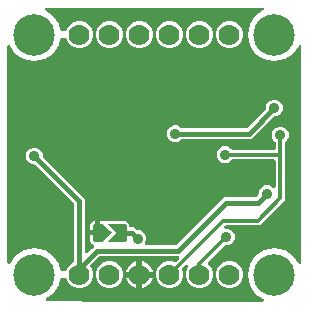
<source format=gbr>
G04 EAGLE Gerber RS-274X export*
G75*
%MOMM*%
%FSLAX34Y34*%
%LPD*%
%INBottom Copper*%
%IPPOS*%
%AMOC8*
5,1,8,0,0,1.08239X$1,22.5*%
G01*
%ADD10C,0.381000*%
%ADD11C,1.778000*%
%ADD12C,3.516000*%
%ADD13C,0.906400*%
%ADD14C,0.406400*%
%ADD15C,0.304800*%

G36*
X218700Y2554D02*
X218700Y2554D01*
X218804Y2558D01*
X218857Y2574D01*
X218911Y2581D01*
X219008Y2619D01*
X219109Y2649D01*
X219156Y2677D01*
X219207Y2698D01*
X219292Y2759D01*
X219381Y2813D01*
X219420Y2852D01*
X219465Y2884D01*
X219531Y2965D01*
X219604Y3039D01*
X219632Y3087D01*
X219667Y3129D01*
X219712Y3224D01*
X219764Y3314D01*
X219779Y3367D01*
X219803Y3417D01*
X219822Y3520D01*
X219851Y3620D01*
X219852Y3675D01*
X219863Y3729D01*
X219856Y3834D01*
X219859Y3938D01*
X219846Y3992D01*
X219843Y4047D01*
X219811Y4146D01*
X219787Y4248D01*
X219762Y4297D01*
X219745Y4349D01*
X219689Y4438D01*
X219641Y4530D01*
X219604Y4572D01*
X219575Y4618D01*
X219499Y4690D01*
X219429Y4768D01*
X219359Y4821D01*
X219343Y4836D01*
X219330Y4843D01*
X219301Y4865D01*
X212566Y9366D01*
X207650Y16722D01*
X205924Y25400D01*
X207650Y34078D01*
X212566Y41434D01*
X219922Y46350D01*
X228600Y48076D01*
X237278Y46350D01*
X244634Y41434D01*
X249135Y34699D01*
X249203Y34620D01*
X249264Y34535D01*
X249307Y34500D01*
X249343Y34459D01*
X249429Y34399D01*
X249509Y34333D01*
X249559Y34309D01*
X249605Y34278D01*
X249703Y34242D01*
X249797Y34197D01*
X249851Y34187D01*
X249903Y34168D01*
X250007Y34157D01*
X250110Y34137D01*
X250165Y34141D01*
X250219Y34135D01*
X250323Y34151D01*
X250427Y34157D01*
X250479Y34174D01*
X250534Y34182D01*
X250630Y34223D01*
X250729Y34255D01*
X250776Y34285D01*
X250827Y34306D01*
X250910Y34369D01*
X250998Y34425D01*
X251036Y34465D01*
X251080Y34499D01*
X251145Y34581D01*
X251216Y34657D01*
X251243Y34705D01*
X251277Y34748D01*
X251319Y34844D01*
X251370Y34935D01*
X251383Y34989D01*
X251406Y35039D01*
X251423Y35142D01*
X251449Y35243D01*
X251455Y35331D01*
X251458Y35353D01*
X251457Y35368D01*
X251459Y35404D01*
X251459Y218596D01*
X251446Y218700D01*
X251442Y218804D01*
X251426Y218857D01*
X251419Y218911D01*
X251381Y219008D01*
X251351Y219109D01*
X251323Y219156D01*
X251302Y219207D01*
X251241Y219292D01*
X251187Y219381D01*
X251148Y219420D01*
X251116Y219465D01*
X251035Y219531D01*
X250961Y219604D01*
X250913Y219632D01*
X250871Y219667D01*
X250776Y219712D01*
X250686Y219764D01*
X250633Y219779D01*
X250583Y219803D01*
X250480Y219822D01*
X250380Y219851D01*
X250325Y219852D01*
X250271Y219863D01*
X250166Y219856D01*
X250062Y219859D01*
X250008Y219846D01*
X249953Y219843D01*
X249854Y219811D01*
X249752Y219787D01*
X249703Y219762D01*
X249651Y219745D01*
X249562Y219689D01*
X249470Y219641D01*
X249428Y219604D01*
X249382Y219575D01*
X249310Y219499D01*
X249232Y219429D01*
X249179Y219359D01*
X249164Y219343D01*
X249157Y219330D01*
X249135Y219301D01*
X244634Y212566D01*
X237278Y207650D01*
X228600Y205924D01*
X219922Y207650D01*
X212566Y212566D01*
X207650Y219922D01*
X205924Y228600D01*
X207650Y237278D01*
X212566Y244634D01*
X219301Y249135D01*
X219380Y249203D01*
X219465Y249264D01*
X219500Y249307D01*
X219541Y249343D01*
X219601Y249429D01*
X219667Y249509D01*
X219691Y249559D01*
X219722Y249605D01*
X219758Y249703D01*
X219803Y249797D01*
X219813Y249851D01*
X219832Y249903D01*
X219843Y250007D01*
X219863Y250110D01*
X219859Y250165D01*
X219865Y250219D01*
X219849Y250323D01*
X219843Y250427D01*
X219826Y250479D01*
X219818Y250534D01*
X219777Y250630D01*
X219745Y250729D01*
X219715Y250776D01*
X219694Y250827D01*
X219631Y250910D01*
X219575Y250998D01*
X219535Y251036D01*
X219501Y251080D01*
X219419Y251145D01*
X219343Y251216D01*
X219295Y251243D01*
X219252Y251277D01*
X219156Y251319D01*
X219065Y251370D01*
X219011Y251383D01*
X218961Y251406D01*
X218858Y251423D01*
X218757Y251449D01*
X218669Y251455D01*
X218647Y251458D01*
X218632Y251457D01*
X218596Y251459D01*
X35404Y251459D01*
X35300Y251446D01*
X35196Y251442D01*
X35143Y251426D01*
X35089Y251419D01*
X34992Y251381D01*
X34891Y251351D01*
X34844Y251323D01*
X34793Y251302D01*
X34708Y251241D01*
X34619Y251187D01*
X34580Y251148D01*
X34535Y251116D01*
X34469Y251035D01*
X34396Y250961D01*
X34368Y250913D01*
X34333Y250871D01*
X34288Y250776D01*
X34236Y250686D01*
X34221Y250633D01*
X34197Y250583D01*
X34178Y250480D01*
X34149Y250380D01*
X34148Y250325D01*
X34137Y250271D01*
X34144Y250166D01*
X34141Y250062D01*
X34154Y250008D01*
X34157Y249953D01*
X34189Y249854D01*
X34213Y249752D01*
X34238Y249703D01*
X34255Y249651D01*
X34311Y249562D01*
X34359Y249470D01*
X34396Y249428D01*
X34425Y249382D01*
X34501Y249310D01*
X34571Y249232D01*
X34641Y249179D01*
X34657Y249164D01*
X34670Y249157D01*
X34699Y249135D01*
X41434Y244634D01*
X46350Y237278D01*
X47238Y232812D01*
X47287Y232666D01*
X47334Y232521D01*
X47337Y232516D01*
X47339Y232511D01*
X47422Y232382D01*
X47504Y232252D01*
X47508Y232248D01*
X47511Y232243D01*
X47624Y232139D01*
X47736Y232034D01*
X47741Y232031D01*
X47745Y232028D01*
X47880Y231954D01*
X48014Y231880D01*
X48019Y231879D01*
X48024Y231876D01*
X48175Y231839D01*
X48322Y231801D01*
X48329Y231800D01*
X48333Y231800D01*
X48342Y231800D01*
X48483Y231791D01*
X51601Y231791D01*
X51630Y231794D01*
X51660Y231792D01*
X51788Y231814D01*
X51917Y231831D01*
X51944Y231841D01*
X51973Y231846D01*
X52092Y231900D01*
X52212Y231948D01*
X52236Y231965D01*
X52263Y231977D01*
X52364Y232058D01*
X52470Y232134D01*
X52488Y232157D01*
X52512Y232176D01*
X52590Y232279D01*
X52672Y232379D01*
X52685Y232406D01*
X52703Y232430D01*
X52774Y232574D01*
X53809Y235075D01*
X57025Y238291D01*
X61226Y240031D01*
X65774Y240031D01*
X69975Y238291D01*
X73191Y235075D01*
X74931Y230874D01*
X74931Y226326D01*
X73191Y222125D01*
X69975Y218909D01*
X65774Y217169D01*
X61226Y217169D01*
X57025Y218909D01*
X53809Y222125D01*
X52774Y224626D01*
X52759Y224651D01*
X52750Y224679D01*
X52680Y224789D01*
X52616Y224902D01*
X52596Y224923D01*
X52580Y224948D01*
X52485Y225037D01*
X52395Y225130D01*
X52370Y225146D01*
X52348Y225166D01*
X52234Y225229D01*
X52124Y225297D01*
X52096Y225305D01*
X52070Y225320D01*
X51944Y225352D01*
X51820Y225390D01*
X51790Y225392D01*
X51762Y225399D01*
X51601Y225409D01*
X48483Y225409D01*
X48331Y225390D01*
X48178Y225372D01*
X48173Y225370D01*
X48167Y225369D01*
X48024Y225313D01*
X47881Y225258D01*
X47877Y225254D01*
X47872Y225252D01*
X47748Y225162D01*
X47622Y225073D01*
X47619Y225069D01*
X47614Y225066D01*
X47516Y224947D01*
X47417Y224830D01*
X47415Y224825D01*
X47411Y224821D01*
X47346Y224683D01*
X47279Y224543D01*
X47277Y224536D01*
X47276Y224533D01*
X47274Y224524D01*
X47238Y224388D01*
X46350Y219922D01*
X41434Y212566D01*
X34078Y207650D01*
X25400Y205924D01*
X16722Y207650D01*
X9366Y212566D01*
X4865Y219301D01*
X4797Y219380D01*
X4736Y219465D01*
X4693Y219500D01*
X4657Y219541D01*
X4571Y219601D01*
X4491Y219667D01*
X4441Y219691D01*
X4395Y219722D01*
X4297Y219758D01*
X4203Y219803D01*
X4149Y219813D01*
X4097Y219832D01*
X3993Y219843D01*
X3890Y219863D01*
X3835Y219859D01*
X3781Y219865D01*
X3677Y219849D01*
X3573Y219843D01*
X3521Y219826D01*
X3466Y219818D01*
X3370Y219777D01*
X3271Y219745D01*
X3224Y219715D01*
X3173Y219694D01*
X3090Y219631D01*
X3002Y219575D01*
X2964Y219535D01*
X2920Y219501D01*
X2855Y219419D01*
X2784Y219343D01*
X2757Y219295D01*
X2723Y219252D01*
X2681Y219156D01*
X2630Y219065D01*
X2617Y219011D01*
X2594Y218961D01*
X2577Y218858D01*
X2551Y218757D01*
X2545Y218669D01*
X2542Y218647D01*
X2543Y218632D01*
X2541Y218596D01*
X2541Y35404D01*
X2554Y35300D01*
X2558Y35196D01*
X2574Y35143D01*
X2581Y35089D01*
X2619Y34992D01*
X2649Y34891D01*
X2677Y34844D01*
X2698Y34793D01*
X2759Y34708D01*
X2813Y34619D01*
X2852Y34580D01*
X2884Y34535D01*
X2965Y34469D01*
X3039Y34396D01*
X3087Y34368D01*
X3129Y34333D01*
X3224Y34288D01*
X3314Y34236D01*
X3367Y34221D01*
X3417Y34197D01*
X3520Y34178D01*
X3620Y34149D01*
X3675Y34148D01*
X3729Y34137D01*
X3834Y34144D01*
X3938Y34141D01*
X3992Y34154D01*
X4047Y34157D01*
X4146Y34189D01*
X4248Y34213D01*
X4297Y34238D01*
X4349Y34255D01*
X4438Y34311D01*
X4530Y34359D01*
X4572Y34396D01*
X4618Y34425D01*
X4690Y34501D01*
X4768Y34571D01*
X4821Y34641D01*
X4836Y34657D01*
X4843Y34670D01*
X4865Y34699D01*
X9366Y41434D01*
X16722Y46350D01*
X25400Y48076D01*
X34078Y46350D01*
X41434Y41434D01*
X46350Y34078D01*
X47238Y29612D01*
X47287Y29466D01*
X47334Y29321D01*
X47337Y29316D01*
X47339Y29311D01*
X47422Y29182D01*
X47504Y29052D01*
X47508Y29048D01*
X47511Y29043D01*
X47624Y28939D01*
X47736Y28834D01*
X47741Y28831D01*
X47745Y28828D01*
X47880Y28754D01*
X48014Y28680D01*
X48019Y28679D01*
X48024Y28676D01*
X48175Y28639D01*
X48322Y28601D01*
X48329Y28600D01*
X48333Y28600D01*
X48342Y28600D01*
X48483Y28591D01*
X51601Y28591D01*
X51630Y28594D01*
X51660Y28592D01*
X51788Y28614D01*
X51917Y28631D01*
X51944Y28641D01*
X51973Y28646D01*
X52092Y28700D01*
X52212Y28748D01*
X52236Y28765D01*
X52263Y28777D01*
X52364Y28858D01*
X52470Y28934D01*
X52488Y28957D01*
X52511Y28976D01*
X52589Y29079D01*
X52672Y29179D01*
X52685Y29206D01*
X52703Y29230D01*
X52774Y29374D01*
X53809Y31875D01*
X57025Y35091D01*
X58144Y35554D01*
X58169Y35569D01*
X58197Y35578D01*
X58307Y35647D01*
X58420Y35711D01*
X58441Y35732D01*
X58466Y35748D01*
X58555Y35842D01*
X58648Y35933D01*
X58664Y35958D01*
X58684Y35979D01*
X58747Y36093D01*
X58815Y36204D01*
X58823Y36232D01*
X58838Y36258D01*
X58870Y36384D01*
X58908Y36508D01*
X58910Y36537D01*
X58917Y36566D01*
X58927Y36727D01*
X58927Y85210D01*
X58915Y85308D01*
X58912Y85407D01*
X58895Y85466D01*
X58887Y85526D01*
X58851Y85618D01*
X58823Y85713D01*
X58793Y85765D01*
X58770Y85821D01*
X58712Y85901D01*
X58662Y85987D01*
X58596Y86062D01*
X58584Y86079D01*
X58574Y86087D01*
X58556Y86108D01*
X26378Y118286D01*
X26299Y118346D01*
X26227Y118414D01*
X26174Y118443D01*
X26126Y118480D01*
X26035Y118520D01*
X25949Y118568D01*
X25890Y118583D01*
X25835Y118607D01*
X25737Y118622D01*
X25641Y118647D01*
X25541Y118653D01*
X25520Y118657D01*
X25508Y118655D01*
X25480Y118657D01*
X23993Y118657D01*
X21394Y119734D01*
X19404Y121724D01*
X18327Y124323D01*
X18327Y127137D01*
X19404Y129736D01*
X21394Y131726D01*
X23993Y132803D01*
X26807Y132803D01*
X29406Y131726D01*
X31396Y129736D01*
X32473Y127137D01*
X32473Y125650D01*
X32485Y125552D01*
X32488Y125453D01*
X32494Y125431D01*
X32495Y125421D01*
X32506Y125388D01*
X32513Y125334D01*
X32549Y125242D01*
X32577Y125147D01*
X32593Y125120D01*
X32593Y125119D01*
X32598Y125111D01*
X32607Y125095D01*
X32630Y125039D01*
X32688Y124959D01*
X32738Y124873D01*
X32804Y124798D01*
X32816Y124781D01*
X32826Y124773D01*
X32844Y124752D01*
X68073Y89524D01*
X68073Y44584D01*
X68090Y44446D01*
X68103Y44307D01*
X68110Y44288D01*
X68113Y44268D01*
X68164Y44139D01*
X68211Y44008D01*
X68222Y43991D01*
X68230Y43973D01*
X68311Y43860D01*
X68389Y43745D01*
X68405Y43732D01*
X68416Y43715D01*
X68524Y43626D01*
X68628Y43535D01*
X68646Y43525D01*
X68661Y43512D01*
X68787Y43453D01*
X68911Y43390D01*
X68931Y43385D01*
X68949Y43377D01*
X69085Y43351D01*
X69221Y43320D01*
X69242Y43321D01*
X69261Y43317D01*
X69400Y43326D01*
X69539Y43330D01*
X69559Y43336D01*
X69579Y43337D01*
X69711Y43380D01*
X69845Y43418D01*
X69862Y43429D01*
X69881Y43435D01*
X69999Y43509D01*
X70119Y43580D01*
X70140Y43598D01*
X70150Y43605D01*
X70164Y43620D01*
X70239Y43686D01*
X73796Y47242D01*
X75565Y49012D01*
X75646Y49117D01*
X75732Y49218D01*
X75744Y49242D01*
X75760Y49263D01*
X75813Y49385D01*
X75870Y49504D01*
X75876Y49530D01*
X75886Y49555D01*
X75907Y49686D01*
X75933Y49816D01*
X75932Y49843D01*
X75936Y49869D01*
X75924Y50002D01*
X75917Y50134D01*
X75909Y50159D01*
X75906Y50186D01*
X75861Y50311D01*
X75822Y50437D01*
X75808Y50460D01*
X75799Y50485D01*
X75724Y50594D01*
X75654Y50708D01*
X75635Y50726D01*
X75620Y50748D01*
X75521Y50836D01*
X75425Y50928D01*
X75402Y50941D01*
X75382Y50958D01*
X75264Y51019D01*
X74105Y51688D01*
X73278Y52515D01*
X72692Y53529D01*
X72389Y54660D01*
X72389Y59056D01*
X77217Y59056D01*
X77217Y53594D01*
X77221Y53579D01*
X77219Y53563D01*
X77240Y53512D01*
X77256Y53459D01*
X77268Y53448D01*
X77274Y53434D01*
X77320Y53402D01*
X77361Y53365D01*
X77377Y53363D01*
X77390Y53354D01*
X77470Y53341D01*
X83185Y53341D01*
X83241Y53357D01*
X83298Y53367D01*
X83312Y53378D01*
X83320Y53380D01*
X83329Y53390D01*
X83364Y53415D01*
X89389Y59439D01*
X89393Y59443D01*
X89403Y59454D01*
X90730Y60781D01*
X90738Y60795D01*
X90750Y60804D01*
X90771Y60856D01*
X90798Y60904D01*
X90797Y60920D01*
X90803Y60935D01*
X90793Y60989D01*
X90790Y61045D01*
X90780Y61058D01*
X90778Y61073D01*
X90730Y61139D01*
X89402Y62468D01*
X89393Y62477D01*
X89391Y62478D01*
X83364Y68505D01*
X83313Y68533D01*
X83265Y68566D01*
X83248Y68569D01*
X83241Y68573D01*
X83228Y68572D01*
X83185Y68579D01*
X80644Y68579D01*
X80644Y71121D01*
X83553Y71121D01*
X84264Y70930D01*
X84700Y70679D01*
X84803Y70635D01*
X84903Y70584D01*
X84950Y70573D01*
X84993Y70555D01*
X85104Y70539D01*
X85214Y70514D01*
X85261Y70516D01*
X85307Y70509D01*
X85419Y70520D01*
X85532Y70524D01*
X85577Y70537D01*
X85624Y70542D01*
X85729Y70581D01*
X85837Y70612D01*
X85878Y70636D01*
X85922Y70653D01*
X86014Y70717D01*
X86111Y70774D01*
X86165Y70822D01*
X86183Y70834D01*
X86195Y70848D01*
X86232Y70880D01*
X86493Y71141D01*
X87643Y71121D01*
X87651Y71122D01*
X87666Y71121D01*
X102806Y71121D01*
X105411Y68516D01*
X105411Y66802D01*
X105426Y66684D01*
X105433Y66565D01*
X105446Y66527D01*
X105451Y66486D01*
X105494Y66376D01*
X105531Y66263D01*
X105553Y66228D01*
X105568Y66191D01*
X105637Y66095D01*
X105701Y65994D01*
X105731Y65966D01*
X105754Y65933D01*
X105846Y65857D01*
X105933Y65776D01*
X105968Y65756D01*
X105999Y65731D01*
X106107Y65680D01*
X106211Y65622D01*
X106251Y65612D01*
X106287Y65595D01*
X106404Y65573D01*
X106519Y65543D01*
X106579Y65539D01*
X106599Y65535D01*
X106620Y65537D01*
X106680Y65533D01*
X109844Y65533D01*
X112052Y63324D01*
X112131Y63264D01*
X112203Y63196D01*
X112256Y63167D01*
X112304Y63130D01*
X112395Y63090D01*
X112481Y63042D01*
X112540Y63027D01*
X112595Y63003D01*
X112693Y62988D01*
X112789Y62963D01*
X112889Y62957D01*
X112910Y62953D01*
X112922Y62955D01*
X112950Y62953D01*
X114437Y62953D01*
X117036Y61876D01*
X119026Y59886D01*
X120103Y57287D01*
X120103Y54473D01*
X119098Y52048D01*
X119085Y52000D01*
X119064Y51955D01*
X119043Y51847D01*
X119014Y51741D01*
X119013Y51691D01*
X119004Y51642D01*
X119011Y51533D01*
X119009Y51423D01*
X119021Y51375D01*
X119024Y51325D01*
X119058Y51221D01*
X119083Y51114D01*
X119106Y51070D01*
X119122Y51023D01*
X119181Y50930D01*
X119232Y50833D01*
X119265Y50796D01*
X119292Y50754D01*
X119372Y50679D01*
X119446Y50597D01*
X119487Y50570D01*
X119524Y50536D01*
X119620Y50483D01*
X119712Y50423D01*
X119759Y50406D01*
X119802Y50382D01*
X119908Y50355D01*
X120012Y50319D01*
X120062Y50315D01*
X120110Y50303D01*
X120271Y50293D01*
X144900Y50293D01*
X144998Y50305D01*
X145097Y50308D01*
X145156Y50325D01*
X145216Y50333D01*
X145308Y50369D01*
X145403Y50397D01*
X145455Y50427D01*
X145511Y50450D01*
X145591Y50508D01*
X145677Y50558D01*
X145752Y50624D01*
X145769Y50636D01*
X145777Y50646D01*
X145798Y50664D01*
X186066Y90933D01*
X212210Y90933D01*
X212308Y90945D01*
X212407Y90948D01*
X212466Y90965D01*
X212526Y90973D01*
X212618Y91009D01*
X212713Y91037D01*
X212765Y91067D01*
X212821Y91090D01*
X212901Y91148D01*
X212987Y91198D01*
X213062Y91264D01*
X213079Y91276D01*
X213087Y91286D01*
X213108Y91304D01*
X214806Y93002D01*
X214866Y93081D01*
X214934Y93153D01*
X214963Y93206D01*
X215000Y93254D01*
X215040Y93345D01*
X215088Y93431D01*
X215103Y93490D01*
X215127Y93545D01*
X215142Y93643D01*
X215167Y93739D01*
X215173Y93839D01*
X215174Y93841D01*
X215175Y93846D01*
X215175Y93847D01*
X215177Y93860D01*
X215175Y93872D01*
X215177Y93900D01*
X215177Y95387D01*
X216254Y97986D01*
X218244Y99976D01*
X220843Y101053D01*
X223657Y101053D01*
X226256Y99976D01*
X227449Y98784D01*
X227558Y98699D01*
X227665Y98610D01*
X227684Y98601D01*
X227700Y98589D01*
X227827Y98534D01*
X227953Y98474D01*
X227973Y98471D01*
X227992Y98463D01*
X228130Y98441D01*
X228266Y98415D01*
X228286Y98416D01*
X228306Y98413D01*
X228445Y98426D01*
X228583Y98434D01*
X228602Y98441D01*
X228622Y98442D01*
X228754Y98490D01*
X228885Y98532D01*
X228903Y98543D01*
X228922Y98550D01*
X229037Y98628D01*
X229154Y98703D01*
X229168Y98717D01*
X229185Y98729D01*
X229277Y98833D01*
X229372Y98934D01*
X229382Y98952D01*
X229395Y98967D01*
X229459Y99091D01*
X229526Y99213D01*
X229531Y99232D01*
X229540Y99250D01*
X229570Y99386D01*
X229605Y99521D01*
X229607Y99549D01*
X229610Y99561D01*
X229609Y99581D01*
X229615Y99681D01*
X229615Y121666D01*
X229600Y121784D01*
X229593Y121903D01*
X229580Y121941D01*
X229575Y121982D01*
X229532Y122092D01*
X229495Y122205D01*
X229473Y122240D01*
X229458Y122277D01*
X229389Y122373D01*
X229325Y122474D01*
X229295Y122502D01*
X229272Y122535D01*
X229180Y122611D01*
X229093Y122692D01*
X229058Y122712D01*
X229027Y122737D01*
X228919Y122788D01*
X228815Y122846D01*
X228775Y122856D01*
X228739Y122873D01*
X228622Y122895D01*
X228507Y122925D01*
X228447Y122929D01*
X228427Y122933D01*
X228406Y122931D01*
X228346Y122935D01*
X193153Y122935D01*
X193055Y122923D01*
X192956Y122920D01*
X192898Y122903D01*
X192838Y122895D01*
X192746Y122859D01*
X192651Y122831D01*
X192598Y122801D01*
X192542Y122778D01*
X192462Y122720D01*
X192377Y122670D01*
X192301Y122604D01*
X192285Y122592D01*
X192277Y122582D01*
X192256Y122564D01*
X190696Y121004D01*
X188097Y119927D01*
X185283Y119927D01*
X182684Y121004D01*
X180694Y122994D01*
X179617Y125593D01*
X179617Y128407D01*
X180694Y131006D01*
X182684Y132996D01*
X185283Y134073D01*
X188097Y134073D01*
X190696Y132996D01*
X192256Y131436D01*
X192334Y131376D01*
X192406Y131308D01*
X192459Y131279D01*
X192507Y131242D01*
X192598Y131202D01*
X192685Y131154D01*
X192743Y131139D01*
X192799Y131115D01*
X192897Y131100D01*
X192993Y131075D01*
X193093Y131069D01*
X193113Y131065D01*
X193125Y131067D01*
X193153Y131065D01*
X228346Y131065D01*
X228464Y131080D01*
X228583Y131087D01*
X228621Y131100D01*
X228662Y131105D01*
X228772Y131148D01*
X228885Y131185D01*
X228920Y131207D01*
X228957Y131222D01*
X229053Y131291D01*
X229154Y131355D01*
X229182Y131385D01*
X229215Y131408D01*
X229291Y131500D01*
X229372Y131587D01*
X229392Y131622D01*
X229417Y131653D01*
X229468Y131761D01*
X229526Y131865D01*
X229536Y131905D01*
X229553Y131941D01*
X229575Y132058D01*
X229605Y132173D01*
X229609Y132233D01*
X229613Y132253D01*
X229611Y132274D01*
X229615Y132334D01*
X229615Y137047D01*
X229603Y137145D01*
X229600Y137244D01*
X229583Y137302D01*
X229575Y137362D01*
X229539Y137454D01*
X229511Y137549D01*
X229481Y137602D01*
X229458Y137658D01*
X229400Y137738D01*
X229350Y137823D01*
X229284Y137899D01*
X229272Y137915D01*
X229262Y137923D01*
X229244Y137944D01*
X227684Y139504D01*
X226607Y142103D01*
X226607Y144917D01*
X227684Y147516D01*
X229674Y149506D01*
X232273Y150583D01*
X235087Y150583D01*
X237686Y149506D01*
X239676Y147516D01*
X240753Y144917D01*
X240753Y142103D01*
X239676Y139504D01*
X238116Y137944D01*
X238056Y137866D01*
X237988Y137794D01*
X237959Y137741D01*
X237922Y137693D01*
X237882Y137602D01*
X237834Y137515D01*
X237819Y137457D01*
X237795Y137401D01*
X237780Y137303D01*
X237755Y137207D01*
X237749Y137107D01*
X237745Y137087D01*
X237747Y137075D01*
X237745Y137047D01*
X237745Y88486D01*
X216314Y67055D01*
X187629Y67055D01*
X187531Y67043D01*
X187432Y67040D01*
X187374Y67023D01*
X187314Y67015D01*
X187222Y66979D01*
X187127Y66951D01*
X187075Y66921D01*
X187018Y66898D01*
X186938Y66840D01*
X186853Y66790D01*
X186778Y66724D01*
X186761Y66712D01*
X186753Y66702D01*
X186732Y66684D01*
X186438Y66390D01*
X186353Y66280D01*
X186264Y66173D01*
X186255Y66154D01*
X186243Y66138D01*
X186188Y66010D01*
X186128Y65885D01*
X186125Y65865D01*
X186117Y65846D01*
X186095Y65709D01*
X186069Y65572D01*
X186070Y65552D01*
X186067Y65532D01*
X186080Y65394D01*
X186088Y65255D01*
X186095Y65236D01*
X186097Y65216D01*
X186144Y65085D01*
X186186Y64953D01*
X186197Y64935D01*
X186204Y64916D01*
X186282Y64801D01*
X186357Y64684D01*
X186371Y64670D01*
X186383Y64653D01*
X186487Y64561D01*
X186588Y64466D01*
X186606Y64456D01*
X186621Y64443D01*
X186745Y64379D01*
X186867Y64312D01*
X186886Y64307D01*
X186904Y64298D01*
X187040Y64268D01*
X187175Y64233D01*
X187203Y64231D01*
X187215Y64228D01*
X187235Y64229D01*
X187335Y64223D01*
X189367Y64223D01*
X191966Y63146D01*
X193956Y61156D01*
X195033Y58557D01*
X195033Y55743D01*
X193956Y53144D01*
X191966Y51154D01*
X189367Y50077D01*
X187161Y50077D01*
X187063Y50065D01*
X186964Y50062D01*
X186906Y50045D01*
X186846Y50037D01*
X186754Y50001D01*
X186659Y49973D01*
X186607Y49943D01*
X186550Y49920D01*
X186470Y49862D01*
X186385Y49812D01*
X186309Y49746D01*
X186293Y49734D01*
X186285Y49724D01*
X186264Y49706D01*
X172509Y35951D01*
X172436Y35857D01*
X172358Y35768D01*
X172339Y35732D01*
X172315Y35700D01*
X172267Y35590D01*
X172213Y35485D01*
X172204Y35445D01*
X172188Y35408D01*
X172169Y35290D01*
X172143Y35174D01*
X172145Y35134D01*
X172138Y35094D01*
X172149Y34975D01*
X172153Y34856D01*
X172164Y34817D01*
X172168Y34777D01*
X172208Y34665D01*
X172242Y34551D01*
X172262Y34516D01*
X172276Y34478D01*
X172343Y34379D01*
X172403Y34277D01*
X172443Y34232D01*
X172454Y34215D01*
X172470Y34201D01*
X172509Y34156D01*
X174791Y31875D01*
X176531Y27674D01*
X176531Y23126D01*
X174791Y18925D01*
X171575Y15709D01*
X167374Y13969D01*
X162826Y13969D01*
X158625Y15709D01*
X155409Y18925D01*
X153669Y23126D01*
X153669Y27674D01*
X155433Y31931D01*
X155451Y31998D01*
X155479Y32062D01*
X155493Y32151D01*
X155517Y32238D01*
X155518Y32307D01*
X155529Y32376D01*
X155520Y32466D01*
X155522Y32556D01*
X155505Y32623D01*
X155499Y32693D01*
X155468Y32778D01*
X155448Y32865D01*
X155415Y32927D01*
X155391Y32992D01*
X155341Y33067D01*
X155299Y33146D01*
X155252Y33198D01*
X155213Y33255D01*
X155145Y33315D01*
X155085Y33381D01*
X155027Y33420D01*
X154974Y33466D01*
X154894Y33507D01*
X154819Y33556D01*
X154753Y33579D01*
X154691Y33610D01*
X154603Y33630D01*
X154518Y33659D01*
X154449Y33665D01*
X154381Y33680D01*
X154291Y33677D01*
X154201Y33685D01*
X154133Y33673D01*
X154063Y33670D01*
X153977Y33646D01*
X153888Y33630D01*
X153824Y33601D01*
X153757Y33582D01*
X153680Y33536D01*
X153598Y33500D01*
X153544Y33456D01*
X153483Y33421D01*
X153363Y33314D01*
X150732Y30684D01*
X150714Y30660D01*
X150691Y30641D01*
X150617Y30535D01*
X150537Y30432D01*
X150525Y30405D01*
X150508Y30381D01*
X150462Y30260D01*
X150411Y30141D01*
X150406Y30111D01*
X150396Y30084D01*
X150381Y29955D01*
X150361Y29826D01*
X150364Y29797D01*
X150360Y29768D01*
X150379Y29639D01*
X150391Y29510D01*
X150401Y29482D01*
X150405Y29453D01*
X150457Y29300D01*
X151131Y27674D01*
X151131Y23126D01*
X149391Y18925D01*
X146175Y15709D01*
X141974Y13969D01*
X137426Y13969D01*
X133225Y15709D01*
X130009Y18925D01*
X128269Y23126D01*
X128269Y27674D01*
X130009Y31875D01*
X133225Y35091D01*
X137426Y36831D01*
X141974Y36831D01*
X143600Y36157D01*
X143629Y36149D01*
X143655Y36136D01*
X143782Y36107D01*
X143907Y36073D01*
X143937Y36073D01*
X143966Y36066D01*
X144095Y36070D01*
X144225Y36068D01*
X144254Y36075D01*
X144283Y36076D01*
X144408Y36112D01*
X144534Y36142D01*
X144561Y36156D01*
X144589Y36164D01*
X144701Y36230D01*
X144816Y36291D01*
X144837Y36311D01*
X144863Y36326D01*
X144984Y36432D01*
X147532Y38981D01*
X147617Y39090D01*
X147706Y39197D01*
X147715Y39216D01*
X147727Y39232D01*
X147783Y39360D01*
X147842Y39485D01*
X147845Y39505D01*
X147853Y39524D01*
X147875Y39662D01*
X147901Y39798D01*
X147900Y39818D01*
X147903Y39838D01*
X147890Y39977D01*
X147882Y40115D01*
X147875Y40134D01*
X147873Y40154D01*
X147826Y40286D01*
X147784Y40417D01*
X147773Y40435D01*
X147766Y40454D01*
X147688Y40569D01*
X147613Y40686D01*
X147599Y40700D01*
X147587Y40717D01*
X147483Y40809D01*
X147382Y40904D01*
X147364Y40914D01*
X147349Y40927D01*
X147225Y40990D01*
X147103Y41058D01*
X147084Y41063D01*
X147066Y41072D01*
X146930Y41102D01*
X146795Y41137D01*
X146767Y41139D01*
X146755Y41142D01*
X146735Y41141D01*
X146635Y41147D01*
X81160Y41147D01*
X81062Y41135D01*
X80963Y41132D01*
X80904Y41115D01*
X80844Y41107D01*
X80752Y41071D01*
X80657Y41043D01*
X80605Y41013D01*
X80549Y40990D01*
X80469Y40932D01*
X80383Y40882D01*
X80308Y40816D01*
X80291Y40804D01*
X80283Y40794D01*
X80262Y40776D01*
X73174Y33687D01*
X73101Y33593D01*
X73022Y33504D01*
X73004Y33468D01*
X72979Y33436D01*
X72931Y33326D01*
X72877Y33220D01*
X72868Y33181D01*
X72852Y33144D01*
X72834Y33026D01*
X72808Y32910D01*
X72809Y32870D01*
X72803Y32830D01*
X72814Y32711D01*
X72817Y32592D01*
X72829Y32553D01*
X72832Y32513D01*
X72873Y32401D01*
X72906Y32287D01*
X72926Y32252D01*
X72940Y32214D01*
X73007Y32115D01*
X73067Y32013D01*
X73107Y31967D01*
X73119Y31951D01*
X73134Y31937D01*
X73174Y31892D01*
X73191Y31875D01*
X74931Y27674D01*
X74931Y23126D01*
X73191Y18925D01*
X69975Y15709D01*
X65774Y13969D01*
X61226Y13969D01*
X57025Y15709D01*
X53809Y18925D01*
X52774Y21426D01*
X52759Y21451D01*
X52750Y21479D01*
X52680Y21589D01*
X52616Y21702D01*
X52596Y21723D01*
X52580Y21748D01*
X52485Y21837D01*
X52395Y21930D01*
X52370Y21946D01*
X52348Y21966D01*
X52234Y22029D01*
X52124Y22097D01*
X52095Y22105D01*
X52070Y22120D01*
X51944Y22152D01*
X51820Y22190D01*
X51790Y22192D01*
X51762Y22199D01*
X51601Y22209D01*
X48483Y22209D01*
X48331Y22190D01*
X48178Y22172D01*
X48173Y22170D01*
X48167Y22169D01*
X48024Y22113D01*
X47881Y22058D01*
X47877Y22054D01*
X47872Y22052D01*
X47748Y21962D01*
X47622Y21873D01*
X47619Y21869D01*
X47614Y21866D01*
X47516Y21747D01*
X47417Y21630D01*
X47415Y21625D01*
X47411Y21621D01*
X47346Y21483D01*
X47279Y21343D01*
X47277Y21336D01*
X47276Y21333D01*
X47274Y21324D01*
X47238Y21188D01*
X46350Y16722D01*
X41434Y9366D01*
X35672Y5515D01*
X35593Y5447D01*
X35508Y5386D01*
X35473Y5343D01*
X35431Y5307D01*
X35372Y5221D01*
X35305Y5141D01*
X35282Y5091D01*
X35251Y5045D01*
X35214Y4947D01*
X35170Y4853D01*
X35160Y4799D01*
X35140Y4747D01*
X35130Y4643D01*
X35110Y4540D01*
X35114Y4485D01*
X35108Y4431D01*
X35123Y4327D01*
X35130Y4223D01*
X35147Y4171D01*
X35155Y4116D01*
X35196Y4020D01*
X35228Y3921D01*
X35257Y3874D01*
X35279Y3823D01*
X35342Y3740D01*
X35398Y3652D01*
X35438Y3614D01*
X35472Y3570D01*
X35554Y3505D01*
X35630Y3434D01*
X35678Y3407D01*
X35721Y3373D01*
X35817Y3331D01*
X35908Y3280D01*
X35962Y3267D01*
X36012Y3244D01*
X36115Y3227D01*
X36216Y3201D01*
X36304Y3195D01*
X36326Y3192D01*
X36341Y3193D01*
X36377Y3191D01*
X64822Y3191D01*
X65100Y2913D01*
X65178Y2852D01*
X65250Y2784D01*
X65303Y2755D01*
X65351Y2718D01*
X65442Y2678D01*
X65529Y2630D01*
X65587Y2615D01*
X65643Y2591D01*
X65741Y2576D01*
X65837Y2551D01*
X65937Y2545D01*
X65957Y2541D01*
X65969Y2543D01*
X65997Y2541D01*
X218596Y2541D01*
X218700Y2554D01*
G37*
%LPC*%
G36*
X143373Y137707D02*
X143373Y137707D01*
X140774Y138784D01*
X138784Y140774D01*
X137707Y143373D01*
X137707Y146187D01*
X138784Y148786D01*
X140774Y150776D01*
X143373Y151853D01*
X146187Y151853D01*
X148786Y150776D01*
X149838Y149724D01*
X149916Y149664D01*
X149988Y149596D01*
X150041Y149567D01*
X150089Y149530D01*
X150180Y149490D01*
X150267Y149442D01*
X150325Y149427D01*
X150381Y149403D01*
X150479Y149388D01*
X150575Y149363D01*
X150675Y149357D01*
X150695Y149353D01*
X150707Y149355D01*
X150735Y149353D01*
X204590Y149353D01*
X204688Y149365D01*
X204787Y149368D01*
X204846Y149385D01*
X204906Y149393D01*
X204998Y149429D01*
X205093Y149457D01*
X205145Y149487D01*
X205201Y149510D01*
X205281Y149568D01*
X205367Y149618D01*
X205442Y149684D01*
X205459Y149696D01*
X205467Y149706D01*
X205488Y149724D01*
X221156Y165392D01*
X221216Y165471D01*
X221284Y165543D01*
X221309Y165588D01*
X221314Y165593D01*
X221317Y165600D01*
X221350Y165644D01*
X221390Y165735D01*
X221438Y165821D01*
X221453Y165880D01*
X221477Y165935D01*
X221492Y166033D01*
X221517Y166129D01*
X221523Y166229D01*
X221527Y166250D01*
X221525Y166262D01*
X221527Y166290D01*
X221527Y167777D01*
X222604Y170376D01*
X224594Y172366D01*
X227193Y173443D01*
X230007Y173443D01*
X232606Y172366D01*
X234596Y170376D01*
X235673Y167777D01*
X235673Y164963D01*
X234596Y162364D01*
X232606Y160374D01*
X230007Y159297D01*
X228520Y159297D01*
X228422Y159285D01*
X228323Y159282D01*
X228264Y159265D01*
X228204Y159257D01*
X228112Y159221D01*
X228017Y159193D01*
X227965Y159163D01*
X227909Y159140D01*
X227829Y159082D01*
X227743Y159032D01*
X227668Y158966D01*
X227651Y158954D01*
X227643Y158944D01*
X227622Y158926D01*
X208904Y140207D01*
X150735Y140207D01*
X150637Y140195D01*
X150538Y140192D01*
X150480Y140175D01*
X150420Y140167D01*
X150328Y140131D01*
X150233Y140103D01*
X150180Y140073D01*
X150124Y140050D01*
X150044Y139992D01*
X149959Y139942D01*
X149883Y139876D01*
X149867Y139864D01*
X149859Y139854D01*
X149838Y139836D01*
X148786Y138784D01*
X146187Y137707D01*
X143373Y137707D01*
G37*
%LPD*%
%LPC*%
G36*
X188226Y217169D02*
X188226Y217169D01*
X184025Y218909D01*
X180809Y222125D01*
X179069Y226326D01*
X179069Y230874D01*
X180809Y235075D01*
X184025Y238291D01*
X188226Y240031D01*
X192774Y240031D01*
X196975Y238291D01*
X200191Y235075D01*
X201931Y230874D01*
X201931Y226326D01*
X200191Y222125D01*
X196975Y218909D01*
X192774Y217169D01*
X188226Y217169D01*
G37*
%LPD*%
%LPC*%
G36*
X137426Y217169D02*
X137426Y217169D01*
X133225Y218909D01*
X130009Y222125D01*
X128269Y226326D01*
X128269Y230874D01*
X130009Y235075D01*
X133225Y238291D01*
X137426Y240031D01*
X141974Y240031D01*
X146175Y238291D01*
X149391Y235075D01*
X151131Y230874D01*
X151131Y226326D01*
X149391Y222125D01*
X146175Y218909D01*
X141974Y217169D01*
X137426Y217169D01*
G37*
%LPD*%
%LPC*%
G36*
X162826Y217169D02*
X162826Y217169D01*
X158625Y218909D01*
X155409Y222125D01*
X153669Y226326D01*
X153669Y230874D01*
X155409Y235075D01*
X158625Y238291D01*
X162826Y240031D01*
X167374Y240031D01*
X171575Y238291D01*
X174791Y235075D01*
X176531Y230874D01*
X176531Y226326D01*
X174791Y222125D01*
X171575Y218909D01*
X167374Y217169D01*
X162826Y217169D01*
G37*
%LPD*%
%LPC*%
G36*
X112026Y217169D02*
X112026Y217169D01*
X107825Y218909D01*
X104609Y222125D01*
X102869Y226326D01*
X102869Y230874D01*
X104609Y235075D01*
X107825Y238291D01*
X112026Y240031D01*
X116574Y240031D01*
X120775Y238291D01*
X123991Y235075D01*
X125731Y230874D01*
X125731Y226326D01*
X123991Y222125D01*
X120775Y218909D01*
X116574Y217169D01*
X112026Y217169D01*
G37*
%LPD*%
%LPC*%
G36*
X86626Y217169D02*
X86626Y217169D01*
X82425Y218909D01*
X79209Y222125D01*
X77469Y226326D01*
X77469Y230874D01*
X79209Y235075D01*
X82425Y238291D01*
X86626Y240031D01*
X91174Y240031D01*
X95375Y238291D01*
X98591Y235075D01*
X100331Y230874D01*
X100331Y226326D01*
X98591Y222125D01*
X95375Y218909D01*
X91174Y217169D01*
X86626Y217169D01*
G37*
%LPD*%
%LPC*%
G36*
X188226Y13969D02*
X188226Y13969D01*
X184025Y15709D01*
X180809Y18925D01*
X179069Y23126D01*
X179069Y27674D01*
X180809Y31875D01*
X184025Y35091D01*
X188226Y36831D01*
X192774Y36831D01*
X196975Y35091D01*
X200191Y31875D01*
X201931Y27674D01*
X201931Y23126D01*
X200191Y18925D01*
X196975Y15709D01*
X192774Y13969D01*
X188226Y13969D01*
G37*
%LPD*%
%LPC*%
G36*
X86626Y13969D02*
X86626Y13969D01*
X82425Y15709D01*
X79209Y18925D01*
X77469Y23126D01*
X77469Y27674D01*
X79209Y31875D01*
X82425Y35091D01*
X86626Y36831D01*
X91174Y36831D01*
X95375Y35091D01*
X98591Y31875D01*
X100331Y27674D01*
X100331Y23126D01*
X98591Y18925D01*
X95375Y15709D01*
X91174Y13969D01*
X86626Y13969D01*
G37*
%LPD*%
G36*
X100345Y53345D02*
X100345Y53345D01*
X100361Y53343D01*
X100412Y53364D01*
X100465Y53380D01*
X100476Y53392D01*
X100490Y53398D01*
X100522Y53444D01*
X100559Y53485D01*
X100561Y53501D01*
X100570Y53514D01*
X100583Y53594D01*
X100583Y68326D01*
X100579Y68341D01*
X100581Y68357D01*
X100560Y68408D01*
X100544Y68461D01*
X100532Y68472D01*
X100526Y68486D01*
X100480Y68518D01*
X100439Y68555D01*
X100423Y68557D01*
X100410Y68566D01*
X100330Y68579D01*
X87630Y68579D01*
X87590Y68568D01*
X87549Y68566D01*
X87524Y68549D01*
X87495Y68540D01*
X87467Y68509D01*
X87433Y68486D01*
X87422Y68458D01*
X87401Y68435D01*
X87395Y68394D01*
X87379Y68356D01*
X87384Y68326D01*
X87379Y68295D01*
X87395Y68257D01*
X87402Y68217D01*
X87429Y68177D01*
X87434Y68166D01*
X87440Y68162D01*
X87448Y68150D01*
X94390Y60960D01*
X87448Y53770D01*
X87429Y53733D01*
X87401Y53703D01*
X87396Y53672D01*
X87382Y53645D01*
X87385Y53604D01*
X87379Y53563D01*
X87391Y53535D01*
X87393Y53505D01*
X87418Y53472D01*
X87434Y53434D01*
X87459Y53416D01*
X87477Y53392D01*
X87516Y53377D01*
X87550Y53354D01*
X87597Y53346D01*
X87609Y53342D01*
X87616Y53343D01*
X87630Y53341D01*
X100330Y53341D01*
X100345Y53345D01*
G37*
%LPC*%
G36*
X116799Y27899D02*
X116799Y27899D01*
X116799Y36577D01*
X116977Y36549D01*
X118688Y35993D01*
X120291Y35177D01*
X121747Y34119D01*
X123019Y32847D01*
X124077Y31391D01*
X124893Y29788D01*
X125449Y28077D01*
X125477Y27899D01*
X116799Y27899D01*
G37*
%LPD*%
%LPC*%
G36*
X103123Y27899D02*
X103123Y27899D01*
X103151Y28077D01*
X103707Y29788D01*
X104523Y31391D01*
X105581Y32847D01*
X106853Y34119D01*
X108309Y35177D01*
X109912Y35993D01*
X111623Y36549D01*
X111801Y36577D01*
X111801Y27899D01*
X103123Y27899D01*
G37*
%LPD*%
%LPC*%
G36*
X116799Y22901D02*
X116799Y22901D01*
X125477Y22901D01*
X125449Y22723D01*
X124893Y21012D01*
X124077Y19409D01*
X123019Y17953D01*
X121747Y16681D01*
X120291Y15623D01*
X118688Y14807D01*
X116977Y14251D01*
X116799Y14223D01*
X116799Y22901D01*
G37*
%LPD*%
%LPC*%
G36*
X111623Y14251D02*
X111623Y14251D01*
X109912Y14807D01*
X108309Y15623D01*
X106853Y16681D01*
X105581Y17953D01*
X104523Y19409D01*
X103707Y21012D01*
X103151Y22723D01*
X103123Y22901D01*
X111801Y22901D01*
X111801Y14223D01*
X111623Y14251D01*
G37*
%LPD*%
%LPC*%
G36*
X72389Y62864D02*
X72389Y62864D01*
X72389Y67260D01*
X72692Y68391D01*
X73278Y69405D01*
X74105Y70232D01*
X75119Y70818D01*
X76250Y71121D01*
X76836Y71121D01*
X76836Y62864D01*
X72389Y62864D01*
G37*
%LPD*%
D10*
X80645Y55245D02*
X76835Y55245D01*
X76835Y66675D01*
X80645Y66675D01*
X80645Y55245D01*
X80645Y58864D02*
X76835Y58864D01*
X76835Y62483D02*
X80645Y62483D01*
X80645Y66102D02*
X76835Y66102D01*
X97155Y55245D02*
X100965Y55245D01*
X97155Y55245D02*
X97155Y66675D01*
X100965Y66675D01*
X100965Y55245D01*
X100965Y58864D02*
X97155Y58864D01*
X97155Y62483D02*
X100965Y62483D01*
X100965Y66102D02*
X97155Y66102D01*
D11*
X63500Y25400D03*
X88900Y25400D03*
X114300Y25400D03*
X139700Y25400D03*
X165100Y25400D03*
X190500Y25400D03*
D12*
X228600Y25400D03*
X25400Y228600D03*
X228600Y228600D03*
X25400Y25400D03*
D11*
X63500Y228600D03*
X88900Y228600D03*
X114300Y228600D03*
X139700Y228600D03*
X165100Y228600D03*
X190500Y228600D03*
D13*
X144780Y144780D03*
D14*
X207010Y144780D01*
X228600Y166370D01*
D13*
X228600Y166370D03*
X113030Y55880D03*
D14*
X107950Y60960D02*
X99060Y60960D01*
X107950Y60960D02*
X113030Y55880D01*
D13*
X20320Y198120D03*
X147320Y88900D03*
X15240Y78740D03*
X35560Y154940D03*
X38100Y175260D03*
X147320Y104140D03*
X175260Y175260D03*
X208280Y205740D03*
X233680Y143510D03*
D15*
X233680Y127000D01*
X233680Y90170D01*
X214630Y71120D01*
X185420Y71120D01*
X139700Y25400D01*
D13*
X186690Y127000D03*
D15*
X233680Y127000D01*
X165100Y34290D02*
X165100Y25400D01*
X165100Y34290D02*
X187960Y57150D01*
D13*
X187960Y57150D03*
D14*
X147320Y45720D02*
X78740Y45720D01*
X147320Y45720D02*
X187960Y86360D01*
X214630Y86360D01*
X222250Y93980D01*
D13*
X222250Y93980D03*
D14*
X78740Y45720D02*
X63500Y30480D01*
X63500Y25400D01*
D13*
X25400Y125730D03*
D14*
X63500Y87630D01*
X63500Y25400D01*
M02*

</source>
